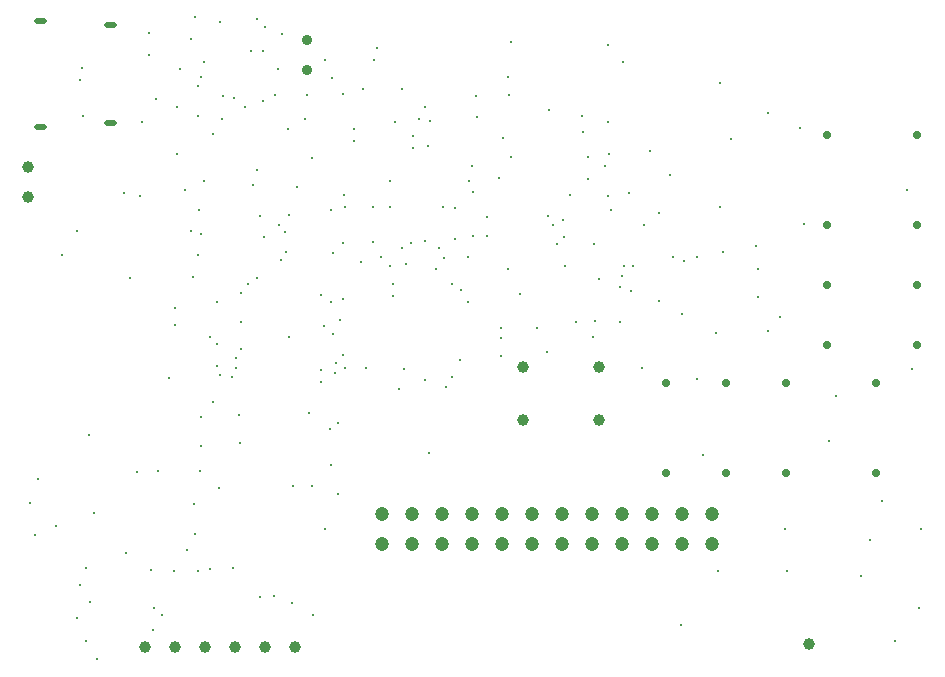
<source format=gbr>
%TF.GenerationSoftware,KiCad,Pcbnew,9.0.0*%
%TF.CreationDate,2025-04-10T22:58:54-04:00*%
%TF.ProjectId,USBLabTool,5553424c-6162-4546-9f6f-6c2e6b696361,2*%
%TF.SameCoordinates,Original*%
%TF.FileFunction,Plated,1,4,PTH,Mixed*%
%TF.FilePolarity,Positive*%
%FSLAX46Y46*%
G04 Gerber Fmt 4.6, Leading zero omitted, Abs format (unit mm)*
G04 Created by KiCad (PCBNEW 9.0.0) date 2025-04-10 22:58:54*
%MOMM*%
%LPD*%
G01*
G04 APERTURE LIST*
%TA.AperFunction,ViaDrill*%
%ADD10C,0.300000*%
%TD*%
G04 aperture for slot hole*
%TA.AperFunction,ComponentDrill*%
%ADD11C,0.500000*%
%TD*%
%TA.AperFunction,ComponentDrill*%
%ADD12C,0.700000*%
%TD*%
%TA.AperFunction,ComponentDrill*%
%ADD13C,0.900000*%
%TD*%
%TA.AperFunction,ComponentDrill*%
%ADD14C,1.000000*%
%TD*%
%TA.AperFunction,ComponentDrill*%
%ADD15C,1.200000*%
%TD*%
G04 APERTURE END LIST*
D10*
X112000000Y-107250000D03*
X112500000Y-110000000D03*
X112705475Y-105284475D03*
X114250000Y-109250000D03*
X114750000Y-86250000D03*
X116000000Y-117000000D03*
X116006000Y-84244000D03*
X116250000Y-71500000D03*
X116250000Y-114250000D03*
X116450000Y-70450000D03*
X116500000Y-74500000D03*
X116750000Y-112750000D03*
X116750000Y-119000000D03*
X117000000Y-101500000D03*
X117100000Y-115675000D03*
X117500000Y-108150000D03*
X117750000Y-120500000D03*
X119975000Y-81075000D03*
X120125000Y-111500000D03*
X120506000Y-88244000D03*
X121125000Y-104625000D03*
X121375000Y-81300000D03*
X121500000Y-75000000D03*
X122075000Y-67450000D03*
X122075031Y-69391809D03*
X122250000Y-112944000D03*
X122458026Y-118052024D03*
X122500000Y-116150000D03*
X122706000Y-73044000D03*
X122862500Y-104612500D03*
X123250000Y-116750000D03*
X123781000Y-96719000D03*
X124250000Y-113000000D03*
X124306000Y-90744000D03*
X124306000Y-92244000D03*
X124500000Y-73763762D03*
X124500000Y-77750000D03*
X124750000Y-70500000D03*
X125125000Y-80825000D03*
X125306000Y-111244000D03*
X125706000Y-84244000D03*
X125712500Y-68037500D03*
X125831000Y-88109000D03*
X125900000Y-107379000D03*
X125975000Y-66175000D03*
X126050000Y-109919000D03*
X126250000Y-72000000D03*
X126250000Y-74500000D03*
X126250000Y-113000000D03*
X126275000Y-86325000D03*
X126350000Y-82475000D03*
X126437500Y-104562500D03*
X126475000Y-84550000D03*
X126500000Y-71250000D03*
X126500000Y-100000000D03*
X126500000Y-102500000D03*
X126750000Y-80000000D03*
X126775000Y-69925000D03*
X127250000Y-112864000D03*
X127306000Y-93244000D03*
X127500000Y-76000000D03*
X127500000Y-98750000D03*
X127842975Y-90230578D03*
X127853017Y-95685051D03*
X127906000Y-93844000D03*
X128000000Y-106000000D03*
X128106000Y-96444000D03*
X128125000Y-66600000D03*
X128306000Y-74744000D03*
X128350000Y-72850000D03*
X129106000Y-96644000D03*
X129250000Y-112750000D03*
X129325000Y-73025000D03*
X129505000Y-95844002D03*
X129506000Y-95044000D03*
X129706000Y-99844000D03*
X129806000Y-102244000D03*
X129906000Y-94219000D03*
X129931000Y-89490000D03*
X129931000Y-92000000D03*
X130211760Y-73798290D03*
X130500000Y-88750000D03*
X130750000Y-69000000D03*
X130925000Y-80400000D03*
X131250000Y-66344000D03*
X131250000Y-88250000D03*
X131300000Y-79075000D03*
X131500000Y-115250000D03*
X131525000Y-83000000D03*
X131725000Y-69000000D03*
X131750000Y-73250000D03*
X131831000Y-84764072D03*
X131975000Y-66950000D03*
X132665025Y-115165025D03*
X132806000Y-72744000D03*
X133000000Y-70500000D03*
X133100000Y-83775000D03*
X133306000Y-86744000D03*
X133350000Y-67600000D03*
X133625000Y-84375000D03*
X133706000Y-86044000D03*
X133906000Y-75644000D03*
X133926470Y-82926470D03*
X133931000Y-93244000D03*
X134200000Y-115775000D03*
X134306000Y-105844000D03*
X134662735Y-80500000D03*
X135300000Y-74775000D03*
X135487500Y-72737500D03*
X135693500Y-99656500D03*
X135906000Y-78044000D03*
X135906000Y-105844000D03*
X136000000Y-116750000D03*
X136706000Y-89644000D03*
X136706000Y-96044000D03*
X136706000Y-97044000D03*
X136950735Y-92299265D03*
X137000000Y-109500000D03*
X137025000Y-69750000D03*
X137406000Y-101000000D03*
X137506000Y-90244000D03*
X137506000Y-104044000D03*
X137525000Y-82475000D03*
X137575000Y-71275000D03*
X137651470Y-93000000D03*
X137719649Y-86140001D03*
X137900325Y-96248375D03*
X137906000Y-95444000D03*
X138106000Y-100500000D03*
X138106000Y-106550000D03*
X138250000Y-91750000D03*
X138500000Y-72650000D03*
X138500000Y-85250000D03*
X138500000Y-90000000D03*
X138500000Y-94750000D03*
X138625000Y-81175000D03*
X138706000Y-95844000D03*
X138707000Y-82245000D03*
X139506000Y-75644000D03*
X139506000Y-76644000D03*
X140106000Y-86844000D03*
X140250000Y-72250000D03*
X140506000Y-95844000D03*
X141049265Y-85200735D03*
X141106000Y-82244000D03*
X141175000Y-69750000D03*
X141450000Y-68725000D03*
X141750000Y-86444000D03*
X142500000Y-80000000D03*
X142500000Y-82250000D03*
X142556000Y-87245000D03*
X142750000Y-89750000D03*
X142806000Y-88744000D03*
X142906000Y-75044000D03*
X143306000Y-97644000D03*
X143500000Y-72244000D03*
X143551190Y-85703747D03*
X143700000Y-95900000D03*
X143906000Y-87045000D03*
X144274860Y-85273670D03*
X144500000Y-76250000D03*
X144500000Y-77250000D03*
X144937871Y-74812129D03*
X145500000Y-85100000D03*
X145500000Y-96844000D03*
X145506000Y-73744000D03*
X145706000Y-77044000D03*
X145850000Y-103050000D03*
X145906000Y-74944000D03*
X146450000Y-87450000D03*
X146687500Y-85712500D03*
X147000000Y-82250000D03*
X147050000Y-86525000D03*
X147250000Y-97500000D03*
X147750000Y-88750000D03*
X147759047Y-96600000D03*
X147980999Y-84954051D03*
X147984129Y-82319430D03*
X148459047Y-95208599D03*
X148500000Y-89250000D03*
X149106000Y-86444000D03*
X149106000Y-90244000D03*
X149250000Y-80000000D03*
X149500000Y-78750000D03*
X149505000Y-80919000D03*
X149506000Y-84644000D03*
X149825000Y-72789047D03*
X149876000Y-74586500D03*
X150706000Y-84644000D03*
X150732493Y-83069000D03*
X151720976Y-79786570D03*
X151906000Y-92444000D03*
X151906000Y-94844000D03*
X151956000Y-93294000D03*
X152106000Y-76410500D03*
X152500000Y-71250000D03*
X152500000Y-87500000D03*
X152620236Y-72775000D03*
X152750000Y-68250000D03*
X152806000Y-78001000D03*
X153500000Y-89600000D03*
X155000000Y-92500000D03*
X155838696Y-94528754D03*
X155875000Y-83025000D03*
X155995227Y-73995028D03*
X156319614Y-83750000D03*
X156675477Y-85355472D03*
X157175000Y-83350000D03*
X157250000Y-84768501D03*
X157306000Y-87244000D03*
X157775000Y-81225000D03*
X158250000Y-92000000D03*
X158750000Y-74500000D03*
X158875000Y-75875000D03*
X159250000Y-78000000D03*
X159325000Y-79875000D03*
X159706000Y-93244000D03*
X159778337Y-85382393D03*
X159906000Y-91844000D03*
X160200661Y-88344001D03*
X160750000Y-78750000D03*
X161000000Y-68500000D03*
X161000000Y-75000000D03*
X161004625Y-81254625D03*
X161095382Y-77754171D03*
X161195000Y-82500000D03*
X162000000Y-89000000D03*
X162000000Y-92000000D03*
X162200987Y-88044252D03*
X162215975Y-69984025D03*
X162290657Y-87249293D03*
X162750000Y-81000000D03*
X162895949Y-89344001D03*
X163090575Y-87237812D03*
X163880025Y-95880025D03*
X164000000Y-83750000D03*
X164500000Y-77500000D03*
X165275000Y-82725000D03*
X165306000Y-90219000D03*
X166250000Y-79500000D03*
X166506000Y-86419000D03*
X167125000Y-117625000D03*
X167230265Y-91319735D03*
X167421658Y-86769707D03*
X168491052Y-86419002D03*
X168500000Y-96750000D03*
X169000000Y-103250000D03*
X170143500Y-92849939D03*
X170306000Y-113044000D03*
X170500000Y-71750000D03*
X170500000Y-82250000D03*
X170750000Y-86000000D03*
X171425000Y-76450000D03*
X173500000Y-85500000D03*
X173706000Y-87444000D03*
X173706000Y-89844000D03*
X174500000Y-74250000D03*
X174500000Y-92750000D03*
X175500000Y-91500000D03*
X176000000Y-109500000D03*
X176106000Y-113044000D03*
X177250000Y-75500000D03*
X177550000Y-83650000D03*
X179648511Y-102025372D03*
X180250000Y-98250000D03*
X182425000Y-113500000D03*
X183150000Y-110400000D03*
X184150000Y-107075000D03*
X185250000Y-119000000D03*
X186250000Y-80750000D03*
X186700000Y-95975000D03*
X187275000Y-116200000D03*
X187500000Y-109500000D03*
D11*
%TO.C,J20*%
X112600000Y-66450000D02*
X113200000Y-66450000D01*
X112600000Y-75430000D02*
X113200000Y-75430000D01*
X118550000Y-66810000D02*
X119150000Y-66810000D01*
X118550000Y-75070000D02*
X119150000Y-75070000D01*
D12*
%TO.C,K1*%
X165857250Y-97112750D03*
X165857250Y-104732750D03*
X170937250Y-97112750D03*
X170937250Y-104732750D03*
X176017250Y-97112750D03*
X176017250Y-104732750D03*
%TO.C,K2*%
X179506000Y-76144000D03*
X179506000Y-83764000D03*
X179506000Y-88844000D03*
X179506000Y-93924000D03*
%TO.C,K1*%
X183637250Y-97112750D03*
X183637250Y-104732750D03*
%TO.C,K2*%
X187126000Y-76144000D03*
X187126000Y-83764000D03*
X187126000Y-88844000D03*
X187126000Y-93924000D03*
D13*
%TO.C,D7*%
X135506000Y-68044000D03*
X135506000Y-70584000D03*
D14*
%TO.C,J17*%
X111906000Y-78844000D03*
X111906000Y-81384000D03*
%TO.C,J1*%
X121756000Y-119444000D03*
X124296000Y-119444000D03*
X126836000Y-119444000D03*
X129376000Y-119444000D03*
X131916000Y-119444000D03*
X134456000Y-119444000D03*
%TO.C,SW1*%
X153750000Y-95750000D03*
X153750000Y-100250000D03*
X160250000Y-95750000D03*
X160250000Y-100250000D03*
%TO.C,J19*%
X178000000Y-119250000D03*
D15*
%TO.C,J2*%
X141806000Y-108244000D03*
X141806000Y-110784000D03*
X144346000Y-108244000D03*
X144346000Y-110784000D03*
X146886000Y-108244000D03*
X146886000Y-110784000D03*
X149426000Y-108244000D03*
X149426000Y-110784000D03*
X151966000Y-108244000D03*
X151966000Y-110784000D03*
X154506000Y-108244000D03*
X154506000Y-110784000D03*
X157046000Y-108244000D03*
X157046000Y-110784000D03*
X159586000Y-108244000D03*
X159586000Y-110784000D03*
X162126000Y-108244000D03*
X162126000Y-110784000D03*
X164666000Y-108244000D03*
X164666000Y-110784000D03*
X167206000Y-108244000D03*
X167206000Y-110784000D03*
X169746000Y-108244000D03*
X169746000Y-110784000D03*
M02*

</source>
